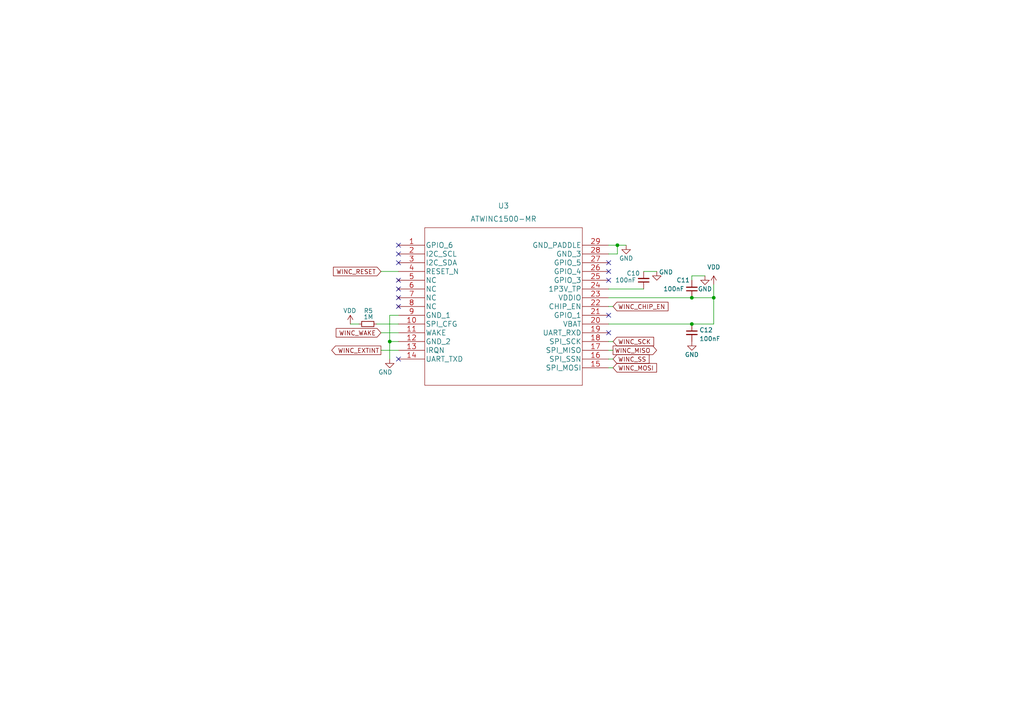
<source format=kicad_sch>
(kicad_sch (version 20211123) (generator eeschema)

  (uuid 67f2a737-bb68-49ef-a19f-3611f140fba6)

  (paper "A4")

  (title_block
    (title "ATWINC1500-MR Control Circuit With Antenna")
    (date "2022-10-20")
    (rev "3")
    (company "DCA")
  )

  (lib_symbols
    (symbol "ATWINK1500REAL:ATWINC1500-MR210PB1961" (pin_names (offset 0.254)) (in_bom yes) (on_board yes)
      (property "Reference" "U" (id 0) (at 30.48 10.16 0)
        (effects (font (size 1.524 1.524)))
      )
      (property "Value" "ATWINC1500-MR210PB1961" (id 1) (at 30.48 7.62 0)
        (effects (font (size 1.524 1.524)))
      )
      (property "Footprint" "ATWINC15x0-MR210_MCH" (id 2) (at 30.48 6.096 0)
        (effects (font (size 1.524 1.524)) hide)
      )
      (property "Datasheet" "" (id 3) (at 0 0 0)
        (effects (font (size 1.524 1.524)))
      )
      (property "ki_locked" "" (id 4) (at 0 0 0)
        (effects (font (size 1.27 1.27)))
      )
      (property "ki_fp_filters" "ATWINC15x0-MR210_MCH" (id 5) (at 0 0 0)
        (effects (font (size 1.27 1.27)) hide)
      )
      (symbol "ATWINC1500-MR210PB1961_1_1"
        (polyline
          (pts
            (xy 7.62 -40.64)
            (xy 53.34 -40.64)
          )
          (stroke (width 0.127) (type default) (color 0 0 0 0))
          (fill (type none))
        )
        (polyline
          (pts
            (xy 7.62 5.08)
            (xy 7.62 -40.64)
          )
          (stroke (width 0.127) (type default) (color 0 0 0 0))
          (fill (type none))
        )
        (polyline
          (pts
            (xy 53.34 -40.64)
            (xy 53.34 5.08)
          )
          (stroke (width 0.127) (type default) (color 0 0 0 0))
          (fill (type none))
        )
        (polyline
          (pts
            (xy 53.34 5.08)
            (xy 7.62 5.08)
          )
          (stroke (width 0.127) (type default) (color 0 0 0 0))
          (fill (type none))
        )
        (pin bidirectional line (at 0 0 0) (length 7.62)
          (name "GPIO_6" (effects (font (size 1.4986 1.4986))))
          (number "1" (effects (font (size 1.4986 1.4986))))
        )
        (pin input line (at 0 -22.86 0) (length 7.62)
          (name "SPI_CFG" (effects (font (size 1.4986 1.4986))))
          (number "10" (effects (font (size 1.4986 1.4986))))
        )
        (pin input line (at 0 -25.4 0) (length 7.62)
          (name "WAKE" (effects (font (size 1.4986 1.4986))))
          (number "11" (effects (font (size 1.4986 1.4986))))
        )
        (pin power_in line (at 0 -27.94 0) (length 7.62)
          (name "GND_2" (effects (font (size 1.4986 1.4986))))
          (number "12" (effects (font (size 1.4986 1.4986))))
        )
        (pin output line (at 0 -30.48 0) (length 7.62)
          (name "IRQN" (effects (font (size 1.4986 1.4986))))
          (number "13" (effects (font (size 1.4986 1.4986))))
        )
        (pin output line (at 0 -33.02 0) (length 7.62)
          (name "UART_TXD" (effects (font (size 1.4986 1.4986))))
          (number "14" (effects (font (size 1.4986 1.4986))))
        )
        (pin input line (at 60.96 -35.56 180) (length 7.62)
          (name "SPI_MOSI" (effects (font (size 1.4986 1.4986))))
          (number "15" (effects (font (size 1.4986 1.4986))))
        )
        (pin input line (at 60.96 -33.02 180) (length 7.62)
          (name "SPI_SSN" (effects (font (size 1.4986 1.4986))))
          (number "16" (effects (font (size 1.4986 1.4986))))
        )
        (pin output line (at 60.96 -30.48 180) (length 7.62)
          (name "SPI_MISO" (effects (font (size 1.4986 1.4986))))
          (number "17" (effects (font (size 1.4986 1.4986))))
        )
        (pin input line (at 60.96 -27.94 180) (length 7.62)
          (name "SPI_SCK" (effects (font (size 1.4986 1.4986))))
          (number "18" (effects (font (size 1.4986 1.4986))))
        )
        (pin input line (at 60.96 -25.4 180) (length 7.62)
          (name "UART_RXD" (effects (font (size 1.4986 1.4986))))
          (number "19" (effects (font (size 1.4986 1.4986))))
        )
        (pin bidirectional line (at 0 -2.54 0) (length 7.62)
          (name "I2C_SCL" (effects (font (size 1.4986 1.4986))))
          (number "2" (effects (font (size 1.4986 1.4986))))
        )
        (pin power_in line (at 60.96 -22.86 180) (length 7.62)
          (name "VBAT" (effects (font (size 1.4986 1.4986))))
          (number "20" (effects (font (size 1.4986 1.4986))))
        )
        (pin bidirectional line (at 60.96 -20.32 180) (length 7.62)
          (name "GPIO_1" (effects (font (size 1.4986 1.4986))))
          (number "21" (effects (font (size 1.4986 1.4986))))
        )
        (pin input line (at 60.96 -17.78 180) (length 7.62)
          (name "CHIP_EN" (effects (font (size 1.4986 1.4986))))
          (number "22" (effects (font (size 1.4986 1.4986))))
        )
        (pin power_in line (at 60.96 -15.24 180) (length 7.62)
          (name "VDDIO" (effects (font (size 1.4986 1.4986))))
          (number "23" (effects (font (size 1.4986 1.4986))))
        )
        (pin unspecified line (at 60.96 -12.7 180) (length 7.62)
          (name "1P3V_TP" (effects (font (size 1.4986 1.4986))))
          (number "24" (effects (font (size 1.4986 1.4986))))
        )
        (pin bidirectional line (at 60.96 -10.16 180) (length 7.62)
          (name "GPIO_3" (effects (font (size 1.4986 1.4986))))
          (number "25" (effects (font (size 1.4986 1.4986))))
        )
        (pin bidirectional line (at 60.96 -7.62 180) (length 7.62)
          (name "GPIO_4" (effects (font (size 1.4986 1.4986))))
          (number "26" (effects (font (size 1.4986 1.4986))))
        )
        (pin bidirectional line (at 60.96 -5.08 180) (length 7.62)
          (name "GPIO_5" (effects (font (size 1.4986 1.4986))))
          (number "27" (effects (font (size 1.4986 1.4986))))
        )
        (pin power_in line (at 60.96 -2.54 180) (length 7.62)
          (name "GND_3" (effects (font (size 1.4986 1.4986))))
          (number "28" (effects (font (size 1.4986 1.4986))))
        )
        (pin power_in line (at 60.96 0 180) (length 7.62)
          (name "GND_PADDLE" (effects (font (size 1.4986 1.4986))))
          (number "29" (effects (font (size 1.4986 1.4986))))
        )
        (pin bidirectional line (at 0 -5.08 0) (length 7.62)
          (name "I2C_SDA" (effects (font (size 1.4986 1.4986))))
          (number "3" (effects (font (size 1.4986 1.4986))))
        )
        (pin input line (at 0 -7.62 0) (length 7.62)
          (name "RESET_N" (effects (font (size 1.4986 1.4986))))
          (number "4" (effects (font (size 1.4986 1.4986))))
        )
        (pin no_connect line (at 0 -10.16 0) (length 7.62)
          (name "NC" (effects (font (size 1.4986 1.4986))))
          (number "5" (effects (font (size 1.4986 1.4986))))
        )
        (pin no_connect line (at 0 -12.7 0) (length 7.62)
          (name "NC" (effects (font (size 1.4986 1.4986))))
          (number "6" (effects (font (size 1.4986 1.4986))))
        )
        (pin no_connect line (at 0 -15.24 0) (length 7.62)
          (name "NC" (effects (font (size 1.4986 1.4986))))
          (number "7" (effects (font (size 1.4986 1.4986))))
        )
        (pin no_connect line (at 0 -17.78 0) (length 7.62)
          (name "NC" (effects (font (size 1.4986 1.4986))))
          (number "8" (effects (font (size 1.4986 1.4986))))
        )
        (pin power_in line (at 0 -20.32 0) (length 7.62)
          (name "GND_1" (effects (font (size 1.4986 1.4986))))
          (number "9" (effects (font (size 1.4986 1.4986))))
        )
      )
    )
    (symbol "Device:C_Small" (pin_numbers hide) (pin_names (offset 0.254) hide) (in_bom yes) (on_board yes)
      (property "Reference" "C" (id 0) (at 0.254 1.778 0)
        (effects (font (size 1.27 1.27)) (justify left))
      )
      (property "Value" "C_Small" (id 1) (at 0.254 -2.032 0)
        (effects (font (size 1.27 1.27)) (justify left))
      )
      (property "Footprint" "" (id 2) (at 0 0 0)
        (effects (font (size 1.27 1.27)) hide)
      )
      (property "Datasheet" "~" (id 3) (at 0 0 0)
        (effects (font (size 1.27 1.27)) hide)
      )
      (property "ki_keywords" "capacitor cap" (id 4) (at 0 0 0)
        (effects (font (size 1.27 1.27)) hide)
      )
      (property "ki_description" "Unpolarized capacitor, small symbol" (id 5) (at 0 0 0)
        (effects (font (size 1.27 1.27)) hide)
      )
      (property "ki_fp_filters" "C_*" (id 6) (at 0 0 0)
        (effects (font (size 1.27 1.27)) hide)
      )
      (symbol "C_Small_0_1"
        (polyline
          (pts
            (xy -1.524 -0.508)
            (xy 1.524 -0.508)
          )
          (stroke (width 0.3302) (type default) (color 0 0 0 0))
          (fill (type none))
        )
        (polyline
          (pts
            (xy -1.524 0.508)
            (xy 1.524 0.508)
          )
          (stroke (width 0.3048) (type default) (color 0 0 0 0))
          (fill (type none))
        )
      )
      (symbol "C_Small_1_1"
        (pin passive line (at 0 2.54 270) (length 2.032)
          (name "~" (effects (font (size 1.27 1.27))))
          (number "1" (effects (font (size 1.27 1.27))))
        )
        (pin passive line (at 0 -2.54 90) (length 2.032)
          (name "~" (effects (font (size 1.27 1.27))))
          (number "2" (effects (font (size 1.27 1.27))))
        )
      )
    )
    (symbol "Device:R_Small" (pin_numbers hide) (pin_names (offset 0.254) hide) (in_bom yes) (on_board yes)
      (property "Reference" "R" (id 0) (at 0.762 0.508 0)
        (effects (font (size 1.27 1.27)) (justify left))
      )
      (property "Value" "R_Small" (id 1) (at 0.762 -1.016 0)
        (effects (font (size 1.27 1.27)) (justify left))
      )
      (property "Footprint" "" (id 2) (at 0 0 0)
        (effects (font (size 1.27 1.27)) hide)
      )
      (property "Datasheet" "~" (id 3) (at 0 0 0)
        (effects (font (size 1.27 1.27)) hide)
      )
      (property "ki_keywords" "R resistor" (id 4) (at 0 0 0)
        (effects (font (size 1.27 1.27)) hide)
      )
      (property "ki_description" "Resistor, small symbol" (id 5) (at 0 0 0)
        (effects (font (size 1.27 1.27)) hide)
      )
      (property "ki_fp_filters" "R_*" (id 6) (at 0 0 0)
        (effects (font (size 1.27 1.27)) hide)
      )
      (symbol "R_Small_0_1"
        (rectangle (start -0.762 1.778) (end 0.762 -1.778)
          (stroke (width 0.2032) (type default) (color 0 0 0 0))
          (fill (type none))
        )
      )
      (symbol "R_Small_1_1"
        (pin passive line (at 0 2.54 270) (length 0.762)
          (name "~" (effects (font (size 1.27 1.27))))
          (number "1" (effects (font (size 1.27 1.27))))
        )
        (pin passive line (at 0 -2.54 90) (length 0.762)
          (name "~" (effects (font (size 1.27 1.27))))
          (number "2" (effects (font (size 1.27 1.27))))
        )
      )
    )
    (symbol "power:GND" (power) (pin_names (offset 0)) (in_bom yes) (on_board yes)
      (property "Reference" "#PWR" (id 0) (at 0 -6.35 0)
        (effects (font (size 1.27 1.27)) hide)
      )
      (property "Value" "GND" (id 1) (at 0 -3.81 0)
        (effects (font (size 1.27 1.27)))
      )
      (property "Footprint" "" (id 2) (at 0 0 0)
        (effects (font (size 1.27 1.27)) hide)
      )
      (property "Datasheet" "" (id 3) (at 0 0 0)
        (effects (font (size 1.27 1.27)) hide)
      )
      (property "ki_keywords" "power-flag" (id 4) (at 0 0 0)
        (effects (font (size 1.27 1.27)) hide)
      )
      (property "ki_description" "Power symbol creates a global label with name \"GND\" , ground" (id 5) (at 0 0 0)
        (effects (font (size 1.27 1.27)) hide)
      )
      (symbol "GND_0_1"
        (polyline
          (pts
            (xy 0 0)
            (xy 0 -1.27)
            (xy 1.27 -1.27)
            (xy 0 -2.54)
            (xy -1.27 -1.27)
            (xy 0 -1.27)
          )
          (stroke (width 0) (type default) (color 0 0 0 0))
          (fill (type none))
        )
      )
      (symbol "GND_1_1"
        (pin power_in line (at 0 0 270) (length 0) hide
          (name "GND" (effects (font (size 1.27 1.27))))
          (number "1" (effects (font (size 1.27 1.27))))
        )
      )
    )
    (symbol "power:VDD" (power) (pin_names (offset 0)) (in_bom yes) (on_board yes)
      (property "Reference" "#PWR" (id 0) (at 0 -3.81 0)
        (effects (font (size 1.27 1.27)) hide)
      )
      (property "Value" "VDD" (id 1) (at 0 3.81 0)
        (effects (font (size 1.27 1.27)))
      )
      (property "Footprint" "" (id 2) (at 0 0 0)
        (effects (font (size 1.27 1.27)) hide)
      )
      (property "Datasheet" "" (id 3) (at 0 0 0)
        (effects (font (size 1.27 1.27)) hide)
      )
      (property "ki_keywords" "power-flag" (id 4) (at 0 0 0)
        (effects (font (size 1.27 1.27)) hide)
      )
      (property "ki_description" "Power symbol creates a global label with name \"VDD\"" (id 5) (at 0 0 0)
        (effects (font (size 1.27 1.27)) hide)
      )
      (symbol "VDD_0_1"
        (polyline
          (pts
            (xy -0.762 1.27)
            (xy 0 2.54)
          )
          (stroke (width 0) (type default) (color 0 0 0 0))
          (fill (type none))
        )
        (polyline
          (pts
            (xy 0 0)
            (xy 0 2.54)
          )
          (stroke (width 0) (type default) (color 0 0 0 0))
          (fill (type none))
        )
        (polyline
          (pts
            (xy 0 2.54)
            (xy 0.762 1.27)
          )
          (stroke (width 0) (type default) (color 0 0 0 0))
          (fill (type none))
        )
      )
      (symbol "VDD_1_1"
        (pin power_in line (at 0 0 90) (length 0) hide
          (name "VDD" (effects (font (size 1.27 1.27))))
          (number "1" (effects (font (size 1.27 1.27))))
        )
      )
    )
  )

  (junction (at 200.66 86.36) (diameter 0) (color 0 0 0 0)
    (uuid 4da99db2-c609-41a8-8a5b-5fe50adcc9bd)
  )
  (junction (at 179.07 71.12) (diameter 0) (color 0 0 0 0)
    (uuid 7cc3925c-fabb-422b-b97c-c5ab180dbaa8)
  )
  (junction (at 200.66 93.98) (diameter 0) (color 0 0 0 0)
    (uuid 97cdbd6c-99c8-4bec-a326-6e9e8a349447)
  )
  (junction (at 113.03 99.06) (diameter 0) (color 0 0 0 0)
    (uuid dbc4d29b-ee4b-4083-b487-259f2aca279a)
  )
  (junction (at 207.01 86.36) (diameter 0) (color 0 0 0 0)
    (uuid eafa4a30-8d38-4a3e-acdc-e597511422bb)
  )

  (no_connect (at 115.57 76.2) (uuid 17afe623-be13-4d2e-a846-8fa090a59ed4))
  (no_connect (at 176.53 78.74) (uuid 1ff3e30a-6b7f-4c83-aef5-f93e4677f5ad))
  (no_connect (at 176.53 96.52) (uuid 241a361f-8b72-46cf-9ee5-e60977d2fd7f))
  (no_connect (at 115.57 71.12) (uuid 46ae64d8-07be-4508-a03b-01a4fcbfc5fb))
  (no_connect (at 176.53 81.28) (uuid 70f24186-511d-4b7e-8560-441da0196e39))
  (no_connect (at 115.57 104.14) (uuid 7c5fc766-f92a-4cf1-b43b-bfb8d6c2aac5))
  (no_connect (at 115.57 86.36) (uuid 7c5fc766-f92a-4cf1-b43b-bfb8d6c2aac6))
  (no_connect (at 115.57 81.28) (uuid 7c5fc766-f92a-4cf1-b43b-bfb8d6c2aac7))
  (no_connect (at 115.57 83.82) (uuid 7c5fc766-f92a-4cf1-b43b-bfb8d6c2aac8))
  (no_connect (at 115.57 88.9) (uuid 7c5fc766-f92a-4cf1-b43b-bfb8d6c2aac9))
  (no_connect (at 115.57 73.66) (uuid 8cd75a30-af36-4b35-96b0-cdd2a60d7750))
  (no_connect (at 176.53 91.44) (uuid a5e70b78-3eaa-4740-ba81-87c87400cd9d))
  (no_connect (at 176.53 76.2) (uuid bda43afb-3df6-4c1e-a99e-ef54a3412f5c))

  (wire (pts (xy 176.53 86.36) (xy 200.66 86.36))
    (stroke (width 0) (type default) (color 0 0 0 0))
    (uuid 16c79def-6dcc-4a19-b560-4e855433dbc5)
  )
  (wire (pts (xy 113.03 99.06) (xy 113.03 104.14))
    (stroke (width 0) (type default) (color 0 0 0 0))
    (uuid 1a03c822-cbba-4be4-9e55-357e0d16cc6d)
  )
  (wire (pts (xy 176.53 73.66) (xy 179.07 73.66))
    (stroke (width 0) (type default) (color 0 0 0 0))
    (uuid 3a6b29ac-877b-419b-b228-1e12a8459591)
  )
  (wire (pts (xy 176.53 71.12) (xy 179.07 71.12))
    (stroke (width 0) (type default) (color 0 0 0 0))
    (uuid 465d1158-64dc-48b6-a030-15cc42650c70)
  )
  (wire (pts (xy 179.07 73.66) (xy 179.07 71.12))
    (stroke (width 0) (type default) (color 0 0 0 0))
    (uuid 48110705-986b-46cf-be64-5da6a8ba72c4)
  )
  (wire (pts (xy 177.8 104.14) (xy 176.53 104.14))
    (stroke (width 0) (type default) (color 0 0 0 0))
    (uuid 4f39cf96-fcb1-4625-8a3e-06031ab92c7b)
  )
  (wire (pts (xy 109.22 93.98) (xy 115.57 93.98))
    (stroke (width 0) (type default) (color 0 0 0 0))
    (uuid 58b7a973-ca7f-4480-a90c-085d1338b293)
  )
  (wire (pts (xy 115.57 91.44) (xy 113.03 91.44))
    (stroke (width 0) (type default) (color 0 0 0 0))
    (uuid 5b1b1024-c808-4ab7-bfe7-b598b9a4272c)
  )
  (wire (pts (xy 176.53 93.98) (xy 200.66 93.98))
    (stroke (width 0) (type default) (color 0 0 0 0))
    (uuid 5d792ac4-4edd-488e-ac01-e0ef7a3cc436)
  )
  (wire (pts (xy 179.07 71.12) (xy 181.61 71.12))
    (stroke (width 0) (type default) (color 0 0 0 0))
    (uuid 5fd2ba6e-5aa7-4b0c-8db9-34a94edb22f9)
  )
  (wire (pts (xy 110.49 101.6) (xy 115.57 101.6))
    (stroke (width 0) (type default) (color 0 0 0 0))
    (uuid 62de57ac-89fc-4d16-9e88-4932c2975001)
  )
  (wire (pts (xy 186.69 78.74) (xy 190.5 78.74))
    (stroke (width 0) (type default) (color 0 0 0 0))
    (uuid 6a3adc51-b8f9-416b-b95b-eac075500161)
  )
  (wire (pts (xy 200.66 93.98) (xy 207.01 93.98))
    (stroke (width 0) (type default) (color 0 0 0 0))
    (uuid 716916cf-7a82-45e6-bbfa-2d22ec55ce92)
  )
  (wire (pts (xy 200.66 80.01) (xy 200.66 81.28))
    (stroke (width 0) (type default) (color 0 0 0 0))
    (uuid 754159fa-6b96-42c1-b193-87895693ee39)
  )
  (wire (pts (xy 176.53 101.6) (xy 177.8 101.6))
    (stroke (width 0) (type default) (color 0 0 0 0))
    (uuid 7ef9ceac-ad5a-43e3-9166-cfbfca3b240d)
  )
  (wire (pts (xy 177.8 99.06) (xy 176.53 99.06))
    (stroke (width 0) (type default) (color 0 0 0 0))
    (uuid 992c83ca-7e3c-4bac-8a10-f237cdcba1ad)
  )
  (wire (pts (xy 110.49 78.74) (xy 115.57 78.74))
    (stroke (width 0) (type default) (color 0 0 0 0))
    (uuid 99c80ead-dcfc-4da9-ba7d-7477cd297830)
  )
  (wire (pts (xy 207.01 82.55) (xy 207.01 86.36))
    (stroke (width 0) (type default) (color 0 0 0 0))
    (uuid 9f2c38f9-797d-496e-b041-acb26476f513)
  )
  (wire (pts (xy 200.66 86.36) (xy 207.01 86.36))
    (stroke (width 0) (type default) (color 0 0 0 0))
    (uuid a67a2d3e-bd29-43b5-be3e-95160427867a)
  )
  (wire (pts (xy 176.53 83.82) (xy 186.69 83.82))
    (stroke (width 0) (type default) (color 0 0 0 0))
    (uuid baefb87c-91b6-4906-b801-ce59e1bf3e6c)
  )
  (wire (pts (xy 115.57 99.06) (xy 113.03 99.06))
    (stroke (width 0) (type default) (color 0 0 0 0))
    (uuid c04d9c7a-46bf-4890-9cca-ab41c9f5de9e)
  )
  (wire (pts (xy 177.8 88.9) (xy 176.53 88.9))
    (stroke (width 0) (type default) (color 0 0 0 0))
    (uuid ce5abc6c-382e-42f5-b0b8-8e99f9dffc5a)
  )
  (wire (pts (xy 110.49 96.52) (xy 115.57 96.52))
    (stroke (width 0) (type default) (color 0 0 0 0))
    (uuid d368ec79-c4c8-4a26-942e-fdc61c286e42)
  )
  (wire (pts (xy 207.01 93.98) (xy 207.01 86.36))
    (stroke (width 0) (type default) (color 0 0 0 0))
    (uuid d7e19847-d3f6-4ac5-a3de-0ccd681e6201)
  )
  (wire (pts (xy 113.03 91.44) (xy 113.03 99.06))
    (stroke (width 0) (type default) (color 0 0 0 0))
    (uuid df71bfb3-7ba4-4a14-b81e-a8bc27f58b33)
  )
  (wire (pts (xy 176.53 106.68) (xy 177.8 106.68))
    (stroke (width 0) (type default) (color 0 0 0 0))
    (uuid e430de70-733d-46dd-af70-b5bd7d585df2)
  )
  (wire (pts (xy 104.14 93.98) (xy 101.6 93.98))
    (stroke (width 0) (type default) (color 0 0 0 0))
    (uuid fb80111f-8246-4290-8da6-f7af018a53a5)
  )
  (wire (pts (xy 204.47 80.01) (xy 200.66 80.01))
    (stroke (width 0) (type default) (color 0 0 0 0))
    (uuid ffd7b47a-ad81-4d4f-b5e3-af5d15ac14a8)
  )

  (global_label "WINC_EXTINT" (shape output) (at 110.49 101.6 180) (fields_autoplaced)
    (effects (font (size 1.27 1.27)) (justify right))
    (uuid 0a3fe89c-0646-4cab-9b3e-a468dc181304)
    (property "Intersheet References" "${INTERSHEET_REFS}" (id 0) (at 96.2236 101.5206 0)
      (effects (font (size 1.27 1.27)) (justify right) hide)
    )
  )
  (global_label "WINC_RESET" (shape input) (at 110.49 78.74 180) (fields_autoplaced)
    (effects (font (size 1.27 1.27)) (justify right))
    (uuid 231e6169-068c-45f2-8e1e-aaeda2b65182)
    (property "Intersheet References" "${INTERSHEET_REFS}" (id 0) (at 96.7074 78.6606 0)
      (effects (font (size 1.27 1.27)) (justify right) hide)
    )
  )
  (global_label "WINC_SCK" (shape input) (at 177.8 99.06 0) (fields_autoplaced)
    (effects (font (size 1.27 1.27)) (justify left))
    (uuid 363559ff-c2c8-425a-a8fb-8cbee52d0bbc)
    (property "Intersheet References" "${INTERSHEET_REFS}" (id 0) (at 189.5869 98.9806 0)
      (effects (font (size 1.27 1.27)) (justify left) hide)
    )
  )
  (global_label "WINC_MISO" (shape output) (at 177.8 101.6 0) (fields_autoplaced)
    (effects (font (size 1.27 1.27)) (justify left))
    (uuid 59dc43bc-7acc-4a95-bab9-34b455699dc8)
    (property "Intersheet References" "${INTERSHEET_REFS}" (id 0) (at 190.4336 101.5206 0)
      (effects (font (size 1.27 1.27)) (justify left) hide)
    )
  )
  (global_label "WINC_SS" (shape input) (at 177.8 104.14 0) (fields_autoplaced)
    (effects (font (size 1.27 1.27)) (justify left))
    (uuid 6e7a74b0-ec7a-46b0-88cb-45fccbb8a4f1)
    (property "Intersheet References" "${INTERSHEET_REFS}" (id 0) (at 188.2564 104.0606 0)
      (effects (font (size 1.27 1.27)) (justify left) hide)
    )
  )
  (global_label "WINC_CHIP_EN" (shape input) (at 177.8 88.9 0) (fields_autoplaced)
    (effects (font (size 1.27 1.27)) (justify left))
    (uuid 927839f1-429c-4480-9804-759db712bb70)
    (property "Intersheet References" "${INTERSHEET_REFS}" (id 0) (at 193.7598 88.8206 0)
      (effects (font (size 1.27 1.27)) (justify left) hide)
    )
  )
  (global_label "WINC_WAKE" (shape input) (at 110.49 96.52 180) (fields_autoplaced)
    (effects (font (size 1.27 1.27)) (justify right))
    (uuid 9648fdd6-dea3-406b-8e7b-b36221befe99)
    (property "Intersheet References" "${INTERSHEET_REFS}" (id 0) (at 97.4936 96.4406 0)
      (effects (font (size 1.27 1.27)) (justify right) hide)
    )
  )
  (global_label "WINC_MOSI" (shape input) (at 177.8 106.68 0) (fields_autoplaced)
    (effects (font (size 1.27 1.27)) (justify left))
    (uuid ddb84e73-9934-48eb-b811-38b4169afb83)
    (property "Intersheet References" "${INTERSHEET_REFS}" (id 0) (at 190.4336 106.6006 0)
      (effects (font (size 1.27 1.27)) (justify left) hide)
    )
  )

  (symbol (lib_id "Device:C_Small") (at 186.69 81.28 180) (unit 1)
    (in_bom yes) (on_board yes)
    (uuid 27339ab2-a0de-4d5e-9d55-a901cfd84216)
    (property "Reference" "C10" (id 0) (at 181.7228 79.2698 0)
      (effects (font (size 1.27 1.27)) (justify right))
    )
    (property "Value" "100nF" (id 1) (at 178.41 81.2532 0)
      (effects (font (size 1.27 1.27)) (justify right))
    )
    (property "Footprint" "Capacitor_SMD:C_0402_1005Metric" (id 2) (at 186.69 81.28 0)
      (effects (font (size 1.27 1.27)) hide)
    )
    (property "Datasheet" "~" (id 3) (at 186.69 81.28 0)
      (effects (font (size 1.27 1.27)) hide)
    )
    (pin "1" (uuid f3924518-7808-4b5f-aa6d-b68c72572162))
    (pin "2" (uuid 598e0958-2ed5-4d3f-9216-67334ab04cc4))
  )

  (symbol (lib_id "Device:C_Small") (at 200.66 83.82 180) (unit 1)
    (in_bom yes) (on_board yes)
    (uuid 2f1ef051-cc1c-4222-91e5-3120856458bc)
    (property "Reference" "C11" (id 0) (at 196.19 81.2532 0)
      (effects (font (size 1.27 1.27)) (justify right))
    )
    (property "Value" "100nF" (id 1) (at 192.38 83.7932 0)
      (effects (font (size 1.27 1.27)) (justify right))
    )
    (property "Footprint" "Capacitor_SMD:C_0402_1005Metric" (id 2) (at 200.66 83.82 0)
      (effects (font (size 1.27 1.27)) hide)
    )
    (property "Datasheet" "~" (id 3) (at 200.66 83.82 0)
      (effects (font (size 1.27 1.27)) hide)
    )
    (pin "1" (uuid e28cc169-0a4b-4418-a873-0dd28bb55697))
    (pin "2" (uuid 26f612f9-d009-425c-8e9a-52e1ac754ed1))
  )

  (symbol (lib_id "Device:C_Small") (at 200.66 96.52 0) (unit 1)
    (in_bom yes) (on_board yes)
    (uuid 38dfa594-bb3e-4c23-9813-d550142a7348)
    (property "Reference" "C12" (id 0) (at 202.8402 95.7203 0)
      (effects (font (size 1.27 1.27)) (justify left))
    )
    (property "Value" "100nF" (id 1) (at 202.8402 98.2603 0)
      (effects (font (size 1.27 1.27)) (justify left))
    )
    (property "Footprint" "Capacitor_SMD:C_0402_1005Metric" (id 2) (at 200.66 96.52 0)
      (effects (font (size 1.27 1.27)) hide)
    )
    (property "Datasheet" "~" (id 3) (at 200.66 96.52 0)
      (effects (font (size 1.27 1.27)) hide)
    )
    (pin "1" (uuid 5b1f8d7e-dfaa-4314-b377-818f74f0f878))
    (pin "2" (uuid 213fab90-3037-46ed-ac79-ae93c6a83025))
  )

  (symbol (lib_id "power:VDD") (at 207.01 82.55 0) (unit 1)
    (in_bom yes) (on_board yes) (fields_autoplaced)
    (uuid 405a65f8-b8cd-42fb-9fb2-de230e45d632)
    (property "Reference" "#PWR0113" (id 0) (at 207.01 86.36 0)
      (effects (font (size 1.27 1.27)) hide)
    )
    (property "Value" "VDD" (id 1) (at 207.01 77.47 0))
    (property "Footprint" "" (id 2) (at 207.01 82.55 0)
      (effects (font (size 1.27 1.27)) hide)
    )
    (property "Datasheet" "" (id 3) (at 207.01 82.55 0)
      (effects (font (size 1.27 1.27)) hide)
    )
    (pin "1" (uuid 38d85c43-489f-423e-b33b-29d244c18175))
  )

  (symbol (lib_id "power:VDD") (at 101.6 93.98 0) (unit 1)
    (in_bom yes) (on_board yes)
    (uuid 5218e087-9ed8-471b-985e-b14b279a2ee8)
    (property "Reference" "#PWR0118" (id 0) (at 101.6 97.79 0)
      (effects (font (size 1.27 1.27)) hide)
    )
    (property "Value" "VDD" (id 1) (at 101.4402 90.1129 0))
    (property "Footprint" "" (id 2) (at 101.6 93.98 0)
      (effects (font (size 1.27 1.27)) hide)
    )
    (property "Datasheet" "" (id 3) (at 101.6 93.98 0)
      (effects (font (size 1.27 1.27)) hide)
    )
    (pin "1" (uuid 1d6fcb63-1ea2-4ee1-9bfc-c65eca5f43d1))
  )

  (symbol (lib_id "Device:R_Small") (at 106.68 93.98 90) (unit 1)
    (in_bom yes) (on_board yes)
    (uuid 646bf1b8-7dcb-495d-84f2-78557e1ea46f)
    (property "Reference" "R5" (id 0) (at 106.8435 90.1497 90))
    (property "Value" "1M" (id 1) (at 106.8599 91.9342 90))
    (property "Footprint" "Resistor_SMD:R_0402_1005Metric" (id 2) (at 106.68 93.98 0)
      (effects (font (size 1.27 1.27)) hide)
    )
    (property "Datasheet" "~" (id 3) (at 106.68 93.98 0)
      (effects (font (size 1.27 1.27)) hide)
    )
    (pin "1" (uuid b838826f-f319-483c-ac60-98843d21c85e))
    (pin "2" (uuid 5c5fb08c-b1b5-495c-bc3b-af9fa4045ee0))
  )

  (symbol (lib_id "ATWINK1500REAL:ATWINC1500-MR210PB1961") (at 115.57 71.12 0) (unit 1)
    (in_bom yes) (on_board yes) (fields_autoplaced)
    (uuid 7264665c-1ca0-43a1-9e2e-cf9f09cd956f)
    (property "Reference" "U3" (id 0) (at 146.05 59.69 0)
      (effects (font (size 1.524 1.524)))
    )
    (property "Value" "ATWINC1500-MR" (id 1) (at 146.05 63.5 0)
      (effects (font (size 1.524 1.524)))
    )
    (property "Footprint" "ATWINK1500REAL:ATWINC1500-MR210PB1961" (id 2) (at 146.05 65.024 0)
      (effects (font (size 1.524 1.524)) hide)
    )
    (property "Datasheet" "" (id 3) (at 115.57 71.12 0)
      (effects (font (size 1.524 1.524)) hide)
    )
    (pin "1" (uuid c386cea6-d4d8-4dc5-94b9-332a540764a0))
    (pin "10" (uuid a6e95057-f309-48ec-8dea-42d591724345))
    (pin "11" (uuid dfd93e9a-5659-45d9-8638-df5d1a82188b))
    (pin "12" (uuid a24f6e6f-f664-471d-bcd4-f2a0507e292d))
    (pin "13" (uuid 38e3d82c-a916-483a-a8a6-cedf1252cfad))
    (pin "14" (uuid e6af5257-3d44-42fb-813e-f7aa7d5d14f2))
    (pin "15" (uuid 8286453f-0755-4fcf-9440-93fff7f429dc))
    (pin "16" (uuid 368f01ae-3ce4-4dd8-a400-ad664adb4b9f))
    (pin "17" (uuid e71dcd37-0c03-4b74-a2ff-23f58599940f))
    (pin "18" (uuid b93cc820-fb55-4779-a1cf-aafa9a3c8b7c))
    (pin "19" (uuid f1d999ec-9f9c-4ffc-a5e7-40ce4bc673d9))
    (pin "2" (uuid df3ba81a-d358-430a-ab19-93600de336cf))
    (pin "20" (uuid a9fa7ea1-64e2-49b4-87d2-752965b0f116))
    (pin "21" (uuid 20afe6b7-67f9-4635-b281-569cb19084c3))
    (pin "22" (uuid bd76565b-eaee-4526-9f54-49f0a7a6ed44))
    (pin "23" (uuid 46153688-ec56-4786-8618-5de53b82df32))
    (pin "24" (uuid 44d01b58-d12d-4eab-b50c-a015ac46ff74))
    (pin "25" (uuid be098ca4-dabc-4341-9031-b84e7c8ac697))
    (pin "26" (uuid 30d6e237-f4d5-4917-a328-1025c53f2803))
    (pin "27" (uuid b34d0571-b687-49b7-ad50-14fc5d1fc3f5))
    (pin "28" (uuid 49cf5e2d-2cf0-4ba2-832c-b7e6c0d5b581))
    (pin "29" (uuid 7c745081-a9a7-46c1-990f-d88410e8ee3a))
    (pin "3" (uuid aaef941b-c65f-474f-aa32-04489c42e54e))
    (pin "4" (uuid 0eae1ff4-3458-4988-9524-42d736b3947e))
    (pin "5" (uuid 05f6beb4-21f0-41be-988a-211fff905f59))
    (pin "6" (uuid 199e1ea2-9486-46d5-91f6-215c223bbd10))
    (pin "7" (uuid c1b8fcef-a5da-44b9-bd25-4413cd59f438))
    (pin "8" (uuid 2135aae7-b005-42ae-a63d-7a199c6f8a73))
    (pin "9" (uuid 8b267821-4f24-418c-bb2c-d8bafa5e80c1))
  )

  (symbol (lib_id "power:GND") (at 200.66 99.06 0) (unit 1)
    (in_bom yes) (on_board yes)
    (uuid 7dfefe44-a528-4178-8500-119787042f5a)
    (property "Reference" "#PWR0115" (id 0) (at 200.66 105.41 0)
      (effects (font (size 1.27 1.27)) hide)
    )
    (property "Value" "GND" (id 1) (at 200.66 102.87 0))
    (property "Footprint" "" (id 2) (at 200.66 99.06 0)
      (effects (font (size 1.27 1.27)) hide)
    )
    (property "Datasheet" "" (id 3) (at 200.66 99.06 0)
      (effects (font (size 1.27 1.27)) hide)
    )
    (pin "1" (uuid 2ab2b21a-3bed-43a8-b5ac-99e73fa80bfb))
  )

  (symbol (lib_id "power:GND") (at 113.03 104.14 0) (unit 1)
    (in_bom yes) (on_board yes)
    (uuid 9f4b8039-466c-4978-a2a8-a6d37abebe20)
    (property "Reference" "#PWR0117" (id 0) (at 113.03 110.49 0)
      (effects (font (size 1.27 1.27)) hide)
    )
    (property "Value" "GND" (id 1) (at 111.76 107.95 0))
    (property "Footprint" "" (id 2) (at 113.03 104.14 0)
      (effects (font (size 1.27 1.27)) hide)
    )
    (property "Datasheet" "" (id 3) (at 113.03 104.14 0)
      (effects (font (size 1.27 1.27)) hide)
    )
    (pin "1" (uuid 081d1b2e-e23f-4d33-984a-76574bc650ea))
  )

  (symbol (lib_id "power:GND") (at 181.61 71.12 0) (unit 1)
    (in_bom yes) (on_board yes)
    (uuid ab5ce00e-4786-48a3-aa5c-07e182b57ec5)
    (property "Reference" "#PWR0112" (id 0) (at 181.61 77.47 0)
      (effects (font (size 1.27 1.27)) hide)
    )
    (property "Value" "GND" (id 1) (at 181.61 74.93 0))
    (property "Footprint" "" (id 2) (at 181.61 71.12 0)
      (effects (font (size 1.27 1.27)) hide)
    )
    (property "Datasheet" "" (id 3) (at 181.61 71.12 0)
      (effects (font (size 1.27 1.27)) hide)
    )
    (pin "1" (uuid c61ef111-563b-4ea9-bc57-270f893255ee))
  )

  (symbol (lib_id "power:GND") (at 190.5 78.74 0) (unit 1)
    (in_bom yes) (on_board yes)
    (uuid c31a633f-56a1-4f55-8110-7fa0539fbd7a)
    (property "Reference" "#PWR0116" (id 0) (at 190.5 85.09 0)
      (effects (font (size 1.27 1.27)) hide)
    )
    (property "Value" "GND" (id 1) (at 193.1566 78.9198 0))
    (property "Footprint" "" (id 2) (at 190.5 78.74 0)
      (effects (font (size 1.27 1.27)) hide)
    )
    (property "Datasheet" "" (id 3) (at 190.5 78.74 0)
      (effects (font (size 1.27 1.27)) hide)
    )
    (pin "1" (uuid 1e206f2d-e94e-483b-ac0d-12fed24f8ee3))
  )

  (symbol (lib_id "power:GND") (at 204.47 80.01 0) (unit 1)
    (in_bom yes) (on_board yes)
    (uuid d78f5ec9-ac34-4920-86cd-33add311c001)
    (property "Reference" "#PWR0114" (id 0) (at 204.47 86.36 0)
      (effects (font (size 1.27 1.27)) hide)
    )
    (property "Value" "GND" (id 1) (at 204.47 83.82 0))
    (property "Footprint" "" (id 2) (at 204.47 80.01 0)
      (effects (font (size 1.27 1.27)) hide)
    )
    (property "Datasheet" "" (id 3) (at 204.47 80.01 0)
      (effects (font (size 1.27 1.27)) hide)
    )
    (pin "1" (uuid b01c6f84-4f06-4f75-a38f-21b4989b89e5))
  )
)

</source>
